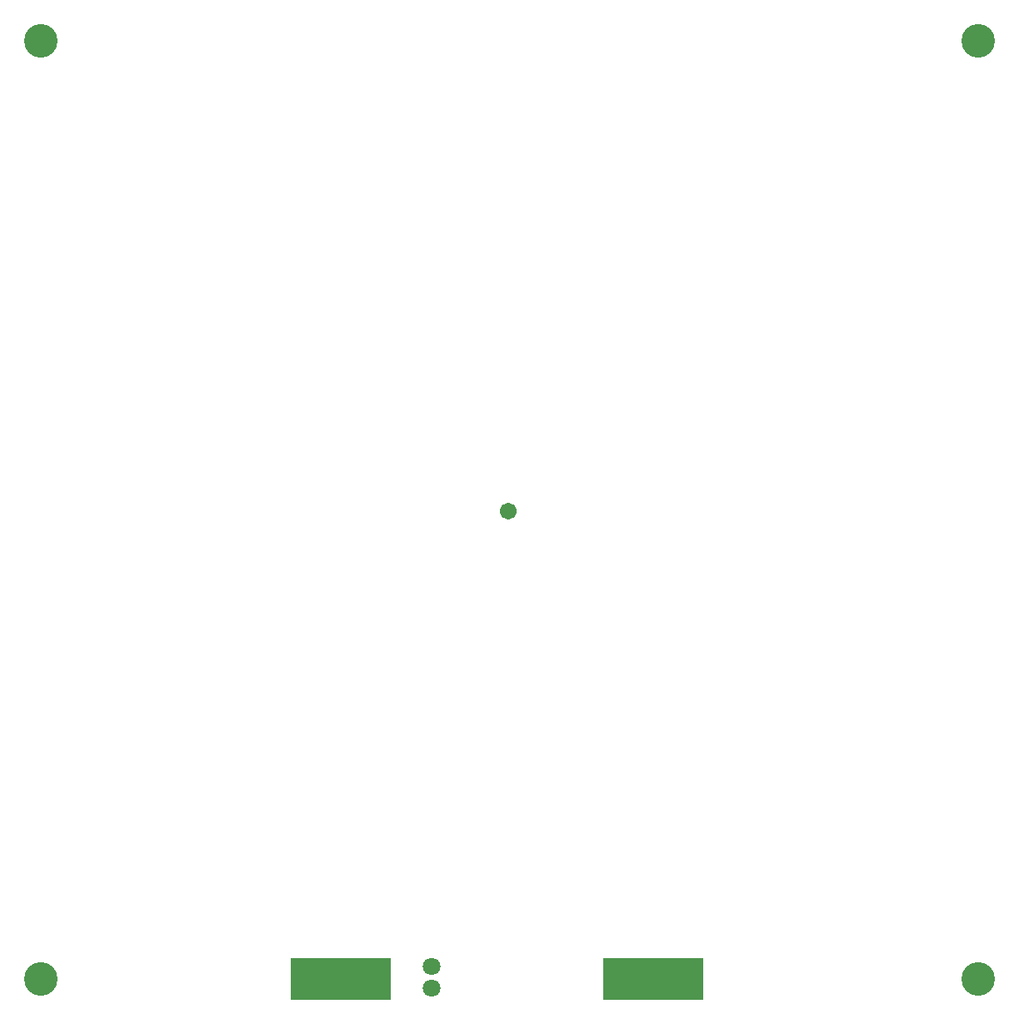
<source format=gts>
G75*
%MOIN*%
%OFA0B0*%
%FSLAX24Y24*%
%IPPOS*%
%LPD*%
%AMOC8*
5,1,8,0,0,1.08239X$1,22.5*
%
%ADD10C,0.0671*%
%ADD11C,0.1340*%
%ADD12C,0.0710*%
%ADD13R,0.4017X0.1655*%
%ADD14C,0.1261*%
D10*
X022445Y022578D03*
D11*
X003760Y003893D03*
X041260Y003893D03*
X041260Y041393D03*
X003760Y041393D03*
D12*
X019385Y004393D03*
X019385Y003518D03*
D13*
X015760Y003893D03*
X028260Y003893D03*
D14*
X028328Y003893D02*
X029510Y003893D01*
X015691Y003893D02*
X014510Y003893D01*
M02*

</source>
